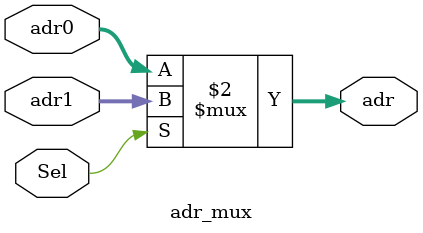
<source format=v>
`timescale 1ns / 1ps
/****************************** C E C S  3 0 1 ******************************
 * 
 * File Name:  adr_mux.v
 * Project:    Lab_Assignment_7
 * Designer:   Nguyen Doan
 * Email:      npdoan1996@gmail.com
 * Rev. No.:   Version 1.2
 * Rev. Date:  11/9/2018
 *
 * Purpose: 	This module is a 16-bitwise 2 to 1 multiplexer. When Sel is 
 *					high, adr gets adr1. When Sel is low, adr get adr 0.
 *   
 *
 ****************************************************************************/
module adr_mux(Sel, adr0, adr1, adr);

	// Declare inputs and outputs
	input 			Sel;
	input   [15:0] adr0, adr1;
	output  [15:0] adr;
	wire 	  [15:0] adr;
	
	assign	adr = (Sel == 1'b1)? adr1 : adr0; 
	
endmodule

</source>
